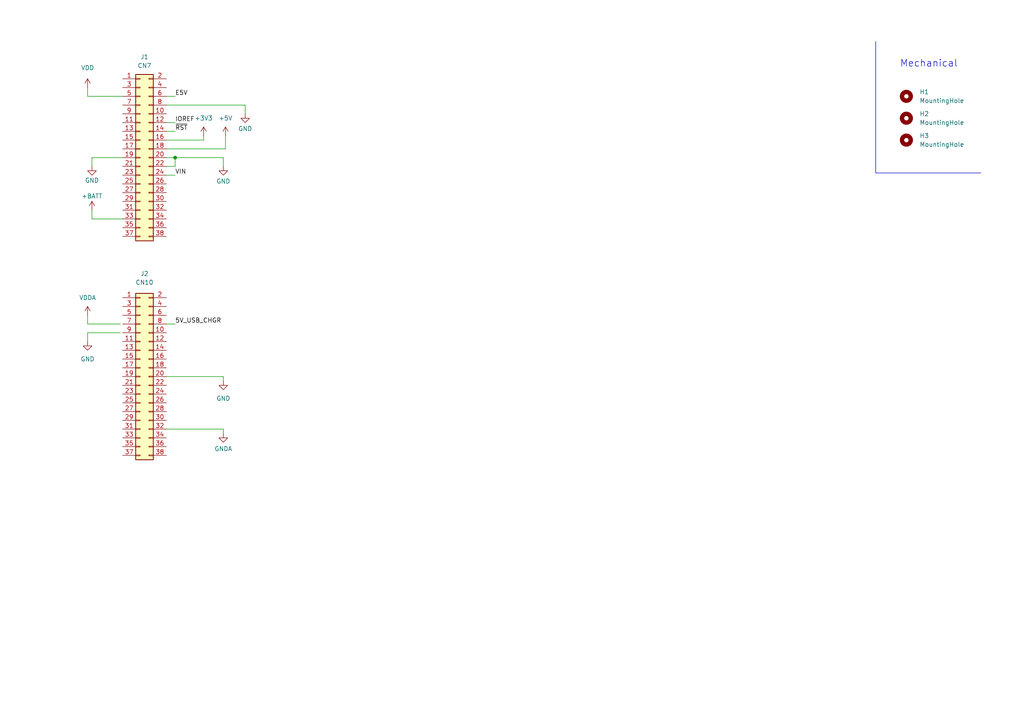
<source format=kicad_sch>
(kicad_sch (version 20250114) (generator "eeschema") (generator_version "9.0")
  (paper "A4")
  (text "Mechanical\n" (at 260.985 19.685 0) (effects (font (size 2 2)) (justify left bottom)))
  (junction (at -102.87 360.68))
  (junction (at -74.93 281.94))
  (junction (at 182.88 308.61))
  (junction (at 237.49 303.53))
  (junction (at -114.3 360.68))
  (junction (at -144.78 120.65))
  (junction (at 237.49 308.61))
  (junction (at -33.02 360.68))
  (junction (at 165.1 351.79))
  (junction (at -114.3 350.52))
  (junction (at -100.33 289.56))
  (junction (at 101.6 300.99))
  (junction (at -64.77 207.01))
  (junction (at -100.33 360.68))
  (junction (at -115.57 289.56))
  (junction (at -115.57 360.68))
  (junction (at -182.88 209.55))
  (junction (at -33.02 299.72))
  (junction (at -49.53 358.14))
  (junction (at 50.8 45.72))
  (junction (at -114.3 289.56))
  (junction (at -114.3 299.72))
  (junction (at -60.96 292.1))
  (junction (at -46.99 212.09))
  (junction (at -102.87 299.72))
  (junction (at 77.47 311.15))
  (junction (at 85.09 298.45))
  (junction (at -74.93 209.55))
  (junction (at 91.44 298.45))
  (junction (at -7.62 217.17))
  (junction (at -100.33 299.72))
  (junction (at 63.5 364.49))
  (junction (at -102.87 289.56))
  (junction (at -80.01 214.63))
  (junction (at -146.05 204.47))
  (junction (at 26.67 298.45))
  (junction (at -60.96 358.14))
  (junction (at -115.57 299.72))
  (junction (at 182.88 303.53))
  (junction (at -74.93 344.17))
  (junction (at -74.93 283.21))
  (junction (at -27.94 212.09))
  (junction (at -115.57 350.52))
  (junction (at 156.21 336.55))
  (junction (at 57.15 364.49))
  (junction (at -143.51 212.09))
  (junction (at -102.87 350.52))
  (junction (at -60.96 297.18))
  (junction (at 237.49 300.99))
  (junction (at -100.33 350.52))
  (junction (at 46.99 361.95))
  (junction (at -33.02 350.52))
  (junction (at -49.53 297.18))
  (junction (at -214.63 214.63))
  (junction (at -60.96 353.06))
  (junction (at 172.72 303.53))
  (junction (at -80.01 123.19))
  (junction (at -138.43 120.65))
  (junction (at -163.83 209.55))
  (junction (at -33.02 289.56))
  (junction (at 191.77 306.07))
  (junction (at -49.53 353.06))
  (junction (at -49.53 292.1))
  (junction (at 248.92 306.07))
  (junction (at -148.59 123.19))
  (junction (at -144.78 129.54))
  (junction (at -149.86 129.54))
  (no_connect (at 171.45 298.45))
  (no_connect (at 171.45 300.99))
  (no_connect (at 105.41 303.53))
  (no_connect (at 105.41 298.45))
  (no_connect (at -139.7 170.18))
  (no_connect (at 194.31 300.99))
  (no_connect (at -83.82 170.18))
  (wire (pts (xy -36.83 360.68) (xy -33.02 360.68)))
  (wire (pts (xy 50.8 346.71) (xy 54.61 346.71)))
  (wire (pts (xy -78.74 276.86) (xy -100.33 276.86)))
  (wire (pts (xy -90.17 355.6) (xy -87.63 355.6)))
  (wire (pts (xy 41.91 361.95) (xy 46.99 361.95)))
  (wire (pts (xy 237.49 300.99) (xy 237.49 303.53)))
  (wire (pts (xy -102.87 350.52) (xy -100.33 350.52)))
  (wire (pts (xy 170.18 344.17) (xy 172.72 344.17)))
  (wire (pts (xy -138.43 120.65) (xy -137.16 120.65)))
  (wire (pts (xy 62.23 336.55) (xy 69.85 336.55)))
  (wire (pts (xy -49.53 353.06) (xy -52.07 353.06)))
  (wire (pts (xy 172.72 303.53) (xy 172.72 307.34)))
  (wire (pts (xy -83.82 172.72) (xy -74.93 172.72)))
  (wire (pts (xy 66.04 356.87) (xy 69.85 356.87)))
  (wire (pts (xy -139.7 175.26) (xy -143.51 175.26)))
  (wire (pts (xy -143.51 212.09) (xy -142.24 212.09)))
  (wire (pts (xy -115.57 360.68) (xy -114.3 360.68)))
  (wire (pts (xy -204.47 217.17) (xy -204.47 229.87)))
  (wire (pts (xy -60.96 358.14) (xy -59.69 358.14)))
  (wire (pts (xy -140.97 289.56) (xy -129.54 289.56)))
  (wire (pts (xy -165.1 199.39) (xy -146.05 199.39)))
  (wire (pts (xy -114.3 320.04) (xy -114.3 299.72)))
  (wire (pts (xy -147.32 172.72) (xy -139.7 172.72)))
  (wire (pts (xy -33.02 360.68) (xy -22.86 360.68)))
  (wire (pts (xy -148.59 123.19) (xy -137.16 123.19)))
  (wire (pts (xy -39.37 353.06) (xy -36.83 353.06)))
  (wire (pts (xy -60.96 297.18) (xy -59.69 297.18)))
  (wire (pts (xy -46.99 207.01) (xy -46.99 212.09)))
  (wire (pts (xy -71.12 313.69) (xy -60.96 313.69)))
  (wire (pts (xy -83.82 175.26) (xy -80.01 175.26)))
  (wire (pts (xy -71.12 337.82) (xy -60.96 337.82)))
  (wire (pts (xy -129.54 360.68) (xy -135.89 360.68)))
  (wire (pts (xy 48.26 35.56) (xy 50.8 35.56)))
  (wire (pts (xy -88.9 283.21) (xy -74.93 283.21)))
  (wire (pts (xy -121.92 299.72) (xy -115.57 299.72)))
  (wire (pts (xy -149.86 123.19) (xy -149.86 129.54)))
  (wire (pts (xy -60.96 297.18) (xy -60.96 313.69)))
  (wire (pts (xy 71.12 30.48) (xy 48.26 30.48)))
  (wire (pts (xy 71.12 33.02) (xy 71.12 30.48)))
  (wire (pts (xy -80.01 130.81) (xy -80.01 133.35)))
  (wire (pts (xy 48.26 27.94) (xy 50.8 27.94)))
  (wire (pts (xy 156.21 344.17) (xy 162.56 344.17)))
  (wire (pts (xy 66.04 354.33) (xy 69.85 354.33)))
  (wire (pts (xy -100.33 289.56) (xy -87.63 289.56)))
  (wire (pts (xy -100.33 276.86) (xy -100.33 289.56)))
  (wire (pts (xy -36.83 299.72) (xy -33.02 299.72)))
  (wire (pts (xy 16.51 298.45) (xy 26.67 298.45)))
  (wire (pts (xy -144.78 128.27) (xy -144.78 129.54)))
  (wire (pts (xy 48.26 124.46) (xy 64.77 124.46)))
  (wire (pts (xy 64.77 124.46) (xy 64.77 125.73)))
  (wire (pts (xy -81.28 214.63) (xy -80.01 214.63)))
  (wire (pts (xy -33.02 298.45) (xy -33.02 299.72)))
  (wire (pts (xy -49.53 358.14) (xy -46.99 358.14)))
  (wire (pts (xy 156.21 346.71) (xy 162.56 346.71)))
  (wire (pts (xy -60.96 292.1) (xy -59.69 292.1)))
  (wire (pts (xy -87.63 284.48) (xy -88.9 284.48)))
  (wire (pts (xy -52.07 358.14) (xy -49.53 358.14)))
  (wire (pts (xy -115.57 351.79) (xy -115.57 350.52)))
  (wire (pts (xy 57.15 373.38) (xy 57.15 375.92)))
  (wire (pts (xy -33.02 299.72) (xy -22.86 299.72)))
  (wire (pts (xy 170.18 346.71) (xy 172.72 346.71)))
  (wire (pts (xy -7.62 217.17) (xy -7.62 219.71)))
  (wire (pts (xy 165.1 351.79) (xy 182.88 351.79)))
  (wire (pts (xy -81.28 123.19) (xy -80.01 123.19)))
  (wire (pts (xy -81.28 120.65) (xy -77.47 120.65)))
  (wire (pts (xy -33.02 359.41) (xy -33.02 360.68)))
  (wire (pts (xy 234.95 308.61) (xy 237.49 308.61)))
  (wire (pts (xy -114.3 299.72) (xy -111.76 299.72)))
  (wire (pts (xy -87.63 345.44) (xy -88.9 345.44)))
  (wire (pts (xy 10.16 346.71) (xy 13.97 346.71)))
  (wire (pts (xy -45.72 201.93) (xy -64.77 201.93)))
  (wire (pts (xy -74.93 227.33) (xy -74.93 232.41)))
  (wire (pts (xy -144.78 177.8) (xy -144.78 182.88)))
  (wire (pts (xy 191.77 303.53) (xy 191.77 306.07)))
  (wire (pts (xy -182.88 209.55) (xy -182.88 218.44)))
  (wire (pts (xy -78.74 381) (xy -114.3 381)))
  (wire (pts (xy 35.56 45.72) (xy 26.67 45.72)))
  (wire (pts (xy -39.37 358.14) (xy -36.83 358.14)))
  (wire (pts (xy 165.1 361.95) (xy 165.1 365.76)))
  (wire (pts (xy -62.23 353.06) (xy -60.96 353.06)))
  (wire (pts (xy -74.93 304.8) (xy -74.93 307.34)))
  (wire (pts (xy -115.57 359.41) (xy -115.57 360.68)))
  (wire (pts (xy -182.88 199.39) (xy -182.88 209.55)))
  (wire (pts (xy -49.53 297.18) (xy -46.99 297.18)))
  (wire (pts (xy -149.86 120.65) (xy -144.78 120.65)))
  (wire (pts (xy -39.37 297.18) (xy -36.83 297.18)))
  (wire (pts (xy 95.25 306.07) (xy 95.25 308.61)))
  (polyline (pts (xy 254 12.065) (xy 254 50.165)))
  (polyline (pts (xy 254 50.165) (xy 284.48 50.165)))
  (wire (pts (xy -77.47 177.8) (xy -77.47 182.88)))
  (wire (pts (xy 26.67 45.72) (xy 26.67 48.26)))
  (wire (pts (xy 48.26 48.26) (xy 50.8 48.26)))
  (wire (pts (xy 50.8 48.26) (xy 50.8 45.72)))
  (wire (pts (xy 237.49 308.61) (xy 241.3 308.61)))
  (wire (pts (xy 95.25 300.99) (xy 95.25 298.45)))
  (wire (pts (xy -7.62 217.17) (xy 3.81 217.17)))
  (wire (pts (xy -60.96 353.06) (xy -59.69 353.06)))
  (wire (pts (xy 156.21 351.79) (xy 165.1 351.79)))
  (wire (pts (xy 182.88 308.61) (xy 194.31 308.61)))
  (wire (pts (xy -102.87 360.68) (xy -100.33 360.68)))
  (wire (pts (xy -62.23 358.14) (xy -60.96 358.14)))
  (wire (pts (xy 176.53 306.07) (xy 176.53 309.88)))
  (wire (pts (xy -172.72 209.55) (xy -163.83 209.55)))
  (wire (pts (xy 46.99 373.38) (xy 46.99 375.92)))
  (wire (pts (xy 91.44 298.45) (xy 95.25 298.45)))
  (wire (pts (xy -74.93 344.17) (xy -74.93 345.44)))
  (wire (pts (xy -143.51 175.26) (xy -143.51 212.09)))
  (wire (pts (xy 46.99 339.09) (xy 46.99 344.17)))
  (wire (pts (xy 248.92 306.07) (xy 254 306.07)))
  (wire (pts (xy 10.16 354.33) (xy 13.97 354.33)))
  (wire (pts (xy 85.09 311.15) (xy 77.47 311.15)))
  (wire (pts (xy 41.91 364.49) (xy 57.15 364.49)))
  (wire (pts (xy -100.33 299.72) (xy -87.63 299.72)))
  (wire (pts (xy -7.62 227.33) (xy -7.62 232.41)))
  (wire (pts (xy -60.96 358.14) (xy -60.96 374.65)))
  (wire (pts (xy -62.23 292.1) (xy -60.96 292.1)))
  (wire (pts (xy 48.26 38.1) (xy 50.8 38.1)))
  (wire (pts (xy -102.87 289.56) (xy -102.87 290.83)))
  (wire (pts (xy -140.97 350.52) (xy -129.54 350.52)))
  (wire (pts (xy -74.93 341.63) (xy -74.93 344.17)))
  (wire (pts (xy -33.02 350.52) (xy -22.86 350.52)))
  (wire (pts (xy -74.93 283.21) (xy -74.93 284.48)))
  (wire (pts (xy -74.93 280.67) (xy -74.93 281.94)))
  (wire (pts (xy -223.52 224.79) (xy -223.52 229.87)))
  (wire (pts (xy -78.74 313.69) (xy -100.33 313.69)))
  (wire (pts (xy -62.23 297.18) (xy -60.96 297.18)))
  (wire (pts (xy -121.92 289.56) (xy -115.57 289.56)))
  (wire (pts (xy 63.5 364.49) (xy 69.85 364.49)))
  (wire (pts (xy -204.47 217.17) (xy -142.24 217.17)))
  (wire (pts (xy 85.09 308.61) (xy 85.09 311.15)))
  (wire (pts (xy 26.67 311.15) (xy 77.47 311.15)))
  (wire (pts (xy 172.72 314.96) (xy 172.72 321.31)))
  (wire (pts (xy 64.77 109.22) (xy 64.77 110.49)))
  (wire (pts (xy -71.12 276.86) (xy -60.96 276.86)))
  (wire (pts (xy 77.47 306.07) (xy 77.47 311.15)))
  (wire (pts (xy -90.17 294.64) (xy -90.17 297.18)))
  (wire (pts (xy -138.43 128.27) (xy -138.43 129.54)))
  (wire (pts (xy -100.33 299.72) (xy -100.33 313.69)))
  (wire (pts (xy -115.57 290.83) (xy -115.57 289.56)))
  (wire (pts (xy 194.31 298.45) (xy 182.88 298.45)))
  (wire (pts (xy 156.21 336.55) (xy 158.75 336.55)))
  (wire (pts (xy -102.87 359.41) (xy -102.87 360.68)))
  (wire (pts (xy 69.85 339.09) (xy 46.99 339.09)))
  (wire (pts (xy 48.26 93.98) (xy 50.8 93.98)))
  (wire (pts (xy 156.21 339.09) (xy 158.75 339.09)))
  (wire (pts (xy -149.86 129.54) (xy -144.78 129.54)))
  (wire (pts (xy -78.74 320.04) (xy -114.3 320.04)))
  (wire (pts (xy -49.53 292.1) (xy -52.07 292.1)))
  (wire (pts (xy 46.99 361.95) (xy 69.85 361.95)))
  (wire (pts (xy 76.2 298.45) (xy 85.09 298.45)))
  (wire (pts (xy -144.78 120.65) (xy -138.43 120.65)))
  (wire (pts (xy 62.23 341.63) (xy 69.85 341.63)))
  (wire (pts (xy 10.16 341.63) (xy 13.97 341.63)))
  (wire (pts (xy -90.17 355.6) (xy -90.17 358.14)))
  (wire (pts (xy -100.33 350.52) (xy -87.63 350.52)))
  (wire (pts (xy -33.02 289.56) (xy -22.86 289.56)))
  (wire (pts (xy 50.8 336.55) (xy 54.61 336.55)))
  (wire (pts (xy 234.95 298.45) (xy 237.49 298.45)))
  (wire (pts (xy 66.04 349.25) (xy 69.85 349.25)))
  (wire (pts (xy -114.3 350.52) (xy -111.76 350.52)))
  (wire (pts (xy -104.14 360.68) (xy -102.87 360.68)))
  (wire (pts (xy -33.02 350.52) (xy -33.02 351.79)))
  (wire (pts (xy -114.3 270.51) (xy -114.3 289.56)))
  (wire (pts (xy -64.77 207.01) (xy -58.42 207.01)))
  (wire (pts (xy -121.92 350.52) (xy -115.57 350.52)))
  (wire (pts (xy -100.33 337.82) (xy -100.33 350.52)))
  (wire (pts (xy 26.67 298.45) (xy 26.67 300.99)))
  (wire (pts (xy -36.83 289.56) (xy -33.02 289.56)))
  (wire (pts (xy -74.93 281.94) (xy -74.93 283.21)))
  (wire (pts (xy -27.94 212.09) (xy -19.05 212.09)))
  (wire (pts (xy -49.53 358.14) (xy -49.53 381)))
  (wire (pts (xy -146.05 212.09) (xy -143.51 212.09)))
  (wire (pts (xy 85.09 298.45) (xy 85.09 300.99)))
  (wire (pts (xy 171.45 306.07) (xy 176.53 306.07)))
  (wire (pts (xy -135.89 360.68) (xy -135.89 365.76)))
  (wire (pts (xy -102.87 298.45) (xy -102.87 299.72)))
  (wire (pts (xy -88.9 345.44) (xy -88.9 344.17)))
  (wire (pts (xy -182.88 209.55) (xy -191.77 209.55)))
  (wire (pts (xy 101.6 300.99) (xy 95.25 300.99)))
  (wire (pts (xy 46.99 361.95) (xy 46.99 365.76)))
  (wire (pts (xy -114.3 381) (xy -114.3 360.68)))
  (wire (pts (xy 48.26 43.18) (xy 65.405 43.18)))
  (wire (pts (xy 65.405 43.18) (xy 65.405 39.37)))
  (wire (pts (xy 194.31 306.07) (xy 191.77 306.07)))
  (wire (pts (xy -223.52 214.63) (xy -214.63 214.63)))
  (wire (pts (xy 25.4 25.4) (xy 25.4 27.94)))
  (wire (pts (xy -172.72 199.39) (xy -182.88 199.39)))
  (wire (pts (xy -100.33 360.68) (xy -100.33 374.65)))
  (wire (pts (xy -90.17 294.64) (xy -87.63 294.64)))
  (wire (pts (xy -81.28 217.17) (xy -7.62 217.17)))
  (wire (pts (xy -36.83 297.18) (xy -36.83 299.72)))
  (wire (pts (xy 25.4 93.98) (xy 34.925 93.98)))
  (wire (pts (xy -49.53 353.06) (xy -46.99 353.06)))
  (wire (pts (xy 35.56 298.45) (xy 26.67 298.45)))
  (wire (pts (xy 10.16 351.79) (xy 13.97 351.79)))
  (wire (pts (xy 194.31 303.53) (xy 191.77 303.53)))
  (wire (pts (xy 76.2 306.07) (xy 77.47 306.07)))
  (wire (pts (xy -71.12 320.04) (xy -49.53 320.04)))
  (wire (pts (xy -114.3 331.47) (xy -114.3 350.52)))
  (wire (pts (xy -74.93 209.55) (xy -74.93 219.71)))
  (wire (pts (xy -182.88 226.06) (xy -182.88 229.87)))
  (wire (pts (xy 66.04 351.79) (xy 69.85 351.79)))
  (wire (pts (xy -135.89 299.72) (xy -135.89 304.8)))
  (wire (pts (xy 234.95 306.07) (xy 248.92 306.07)))
  (wire (pts (xy -71.12 374.65) (xy -60.96 374.65)))
  (wire (pts (xy -71.12 381) (xy -49.53 381)))
  (wire (pts (xy -74.93 281.94) (xy -69.85 281.94)))
  (wire (pts (xy -90.17 304.8) (xy -90.17 307.34)))
  (wire (pts (xy 101.6 314.96) (xy 101.6 317.5)))
  (wire (pts (xy -81.28 212.09) (xy -46.99 212.09)))
  (wire (pts (xy -146.05 199.39) (xy -146.05 204.47)))
  (wire (pts (xy -74.93 365.76) (xy -74.93 368.3)))
  (wire (pts (xy 10.16 349.25) (xy 13.97 349.25)))
  (wire (pts (xy -52.07 297.18) (xy -49.53 297.18)))
  (wire (pts (xy 237.49 303.53) (xy 237.49 308.61)))
  (wire (pts (xy 3.81 227.33) (xy 3.81 232.41)))
  (wire (pts (xy -102.87 299.72) (xy -100.33 299.72)))
  (wire (pts (xy -146.05 212.09) (xy -146.05 204.47)))
  (wire (pts (xy 105.41 306.07) (xy 95.25 306.07)))
  (wire (pts (xy -64.77 201.93) (xy -64.77 207.01)))
  (wire (pts (xy -78.74 331.47) (xy -114.3 331.47)))
  (wire (pts (xy -214.63 224.79) (xy -214.63 229.87)))
  (wire (pts (xy -102.87 289.56) (xy -100.33 289.56)))
  (wire (pts (xy -36.83 353.06) (xy -36.83 350.52)))
  (wire (pts (xy -160.02 204.47) (xy -163.83 204.47)))
  (wire (pts (xy -104.14 299.72) (xy -102.87 299.72)))
  (wire (pts (xy -214.63 214.63) (xy -214.63 217.17)))
  (wire (pts (xy 248.92 306.07) (xy 248.92 308.61)))
  (wire (pts (xy 234.95 300.99) (xy 237.49 300.99)))
  (wire (pts (xy 50.8 341.63) (xy 54.61 341.63)))
  (wire (pts (xy -115.57 289.56) (xy -114.3 289.56)))
  (wire (pts (xy 48.26 40.64) (xy 59.055 40.64)))
  (wire (pts (xy 59.055 40.64) (xy 59.055 39.37)))
  (wire (pts (xy -80.01 214.63) (xy -64.77 214.63)))
  (wire (pts (xy 172.72 303.53) (xy 182.88 303.53)))
  (wire (pts (xy -80.01 123.19) (xy -73.66 123.19)))
  (wire (pts (xy -149.86 111.76) (xy -149.86 120.65)))
  (wire (pts (xy 176.53 317.5) (xy 176.53 321.31)))
  (wire (pts (xy -149.86 129.54) (xy -149.86 133.35)))
  (wire (pts (xy 26.67 308.61) (xy 26.67 311.15)))
  (wire (pts (xy -115.57 299.72) (xy -114.3 299.72)))
  (wire (pts (xy -60.96 337.82) (xy -60.96 353.06)))
  (wire (pts (xy -36.83 358.14) (xy -36.83 360.68)))
  (wire (pts (xy -115.57 298.45) (xy -115.57 299.72)))
  (wire (pts (xy -144.78 129.54) (xy -138.43 129.54)))
  (wire (pts (xy -83.82 177.8) (xy -77.47 177.8)))
  (wire (pts (xy -114.3 360.68) (xy -111.76 360.68)))
  (wire (pts (xy -27.94 212.09) (xy -27.94 219.71)))
  (wire (pts (xy 182.88 308.61) (xy 182.88 303.53)))
  (wire (pts (xy -149.86 123.19) (xy -148.59 123.19)))
  (wire (pts (xy -139.7 177.8) (xy -144.78 177.8)))
  (wire (pts (xy -88.9 344.17) (xy -74.93 344.17)))
  (wire (pts (xy -223.52 217.17) (xy -223.52 214.63)))
  (wire (pts (xy -78.74 337.82) (xy -100.33 337.82)))
  (wire (pts (xy 234.95 303.53) (xy 237.49 303.53)))
  (wire (pts (xy -88.9 284.48) (xy -88.9 283.21)))
  (wire (pts (xy -30.48 212.09) (xy -27.94 212.09)))
  (wire (pts (xy 85.09 298.45) (xy 91.44 298.45)))
  (wire (pts (xy 25.4 96.52) (xy 34.925 96.52)))
  (wire (pts (xy 25.4 96.52) (xy 25.4 99.06)))
  (wire (pts (xy -27.94 227.33) (xy -27.94 232.41)))
  (wire (pts (xy -81.28 209.55) (xy -74.93 209.55)))
  (wire (pts (xy -74.93 344.17) (xy -69.85 344.17)))
  (wire (pts (xy -39.37 292.1) (xy -36.83 292.1)))
  (wire (pts (xy -146.05 204.47) (xy -152.4 204.47)))
  (wire (pts (xy -104.14 289.56) (xy -102.87 289.56)))
  (wire (pts (xy 191.77 306.07) (xy 191.77 313.69)))
  (wire (pts (xy 165.1 351.79) (xy 165.1 354.33)))
  (wire (pts (xy 35.56 63.5) (xy 26.67 63.5)))
  (wire (pts (xy 171.45 303.53) (xy 172.72 303.53)))
  (wire (pts (xy -121.92 360.68) (xy -115.57 360.68)))
  (wire (pts (xy -129.54 299.72) (xy -135.89 299.72)))
  (wire (pts (xy 62.23 346.71) (xy 69.85 346.71)))
  (wire (pts (xy -49.53 331.47) (xy -49.53 353.06)))
  (wire (pts (xy -78.74 270.51) (xy -114.3 270.51)))
  (wire (pts (xy -104.14 350.52) (xy -102.87 350.52)))
  (wire (pts (xy -33.02 289.56) (xy -33.02 290.83)))
  (wire (pts (xy -50.8 207.01) (xy -46.99 207.01)))
  (wire (pts (xy -100.33 360.68) (xy -87.63 360.68)))
  (wire (pts (xy -71.12 270.51) (xy -49.53 270.51)))
  (wire (pts (xy -64.77 214.63) (xy -64.77 207.01)))
  (wire (pts (xy 57.15 364.49) (xy 63.5 364.49)))
  (wire (pts (xy 101.6 300.99) (xy 101.6 307.34)))
  (wire (pts (xy -163.83 209.55) (xy -142.24 209.55)))
  (wire (pts (xy 248.92 316.23) (xy 248.92 318.77)))
  (wire (pts (xy 156.21 354.33) (xy 158.75 354.33)))
  (wire (pts (xy 64.77 109.22) (xy 48.26 109.22)))
  (wire (pts (xy 3.81 219.71) (xy 3.81 217.17)))
  (wire (pts (xy -36.83 292.1) (xy -36.83 289.56)))
  (wire (pts (xy -80.01 175.26) (xy -80.01 214.63)))
  (wire (pts (xy -180.34 209.55) (xy -182.88 209.55)))
  (wire (pts (xy 182.88 308.61) (xy 182.88 351.79)))
  (wire (pts (xy -38.1 212.09) (xy -46.99 212.09)))
  (wire (pts (xy 105.41 300.99) (xy 101.6 300.99)))
  (wire (pts (xy -78.74 374.65) (xy -100.33 374.65)))
  (wire (pts (xy 25.4 27.94) (xy 35.56 27.94)))
  (wire (pts (xy -115.57 350.52) (xy -114.3 350.52)))
  (wire (pts (xy -90.17 365.76) (xy -90.17 368.3)))
  (wire (pts (xy -60.96 276.86) (xy -60.96 292.1)))
  (wire (pts (xy 182.88 298.45) (xy 182.88 303.53)))
  (wire (pts (xy 26.67 60.96) (xy 26.67 63.5)))
  (wire (pts (xy 237.49 298.45) (xy 237.49 300.99)))
  (wire (pts (xy 77.47 311.15) (xy 77.47 314.96)))
  (wire (pts (xy -114.3 289.56) (xy -111.76 289.56)))
  (wire (pts (xy -102.87 350.52) (xy -102.87 351.79)))
  (wire (pts (xy -163.83 204.47) (xy -163.83 209.55)))
  (wire (pts (xy -74.93 209.55) (xy -71.12 209.55)))
  (wire (pts (xy -214.63 214.63) (xy -142.24 214.63)))
  (wire (pts (xy -36.83 350.52) (xy -33.02 350.52)))
  (wire (pts (xy 25.4 91.44) (xy 25.4 93.98)))
  (wire (pts (xy 10.16 344.17) (xy 13.97 344.17)))
  (wire (pts (xy -38.1 201.93) (xy -27.94 201.93)))
  (wire (pts (xy -49.53 292.1) (xy -46.99 292.1)))
  (wire (pts (xy -27.94 201.93) (xy -27.94 212.09)))
  (wire (pts (xy 57.15 365.76) (xy 57.15 364.49)))
  (wire (pts (xy -49.53 270.51) (xy -49.53 292.1)))
  (wire (pts (xy -49.53 297.18) (xy -49.53 320.04)))
  (wire (pts (xy 48.26 50.8) (xy 50.8 50.8)))
  (wire (pts (xy -71.12 331.47) (xy -49.53 331.47)))
  (wire (pts (xy 48.26 45.72) (xy 50.8 45.72)))
  (wire (pts (xy 50.8 45.72) (xy 64.77 45.72)))
  (wire (pts (xy 64.77 45.72) (xy 64.77 48.26)))
  (label "AVSS" (at -69.85 289.56 0))
  (label "AVSS" (at -182.88 229.87 180))
  (label "AVSS" (at 77.47 314.96 0))
  (label "DOUT" (at 172.72 344.17 0))
  (label "AIN1N_in" (at -22.86 289.56 0))
  (label "AIN2P" (at -22.86 360.68 0))
  (label "AVSS" (at 158.75 354.33 0))
  (label "VREF_0.5V" (at -7.62 232.41 0))
  (label "AVSS" (at -204.47 229.87 0))
  (label "~{RST}" (at 50.8 38.1 0))
  (label "AVDD_6.2V" (at 92.71 298.45 0))
  (label "AIN1N_mcu" (at 13.97 341.63 0))
  (label "AVSS" (at 176.53 321.31 0))
  (label "AVSS" (at 46.99 344.17 0))
  (label "AVSS" (at -149.86 133.35 0))
  (label "VREF_5V" (at 176.53 303.53 0))
  (label "DC_9V" (at -149.86 114.3 0))
  (label "DRDY" (at 172.72 346.71 0))
  (label "AVSS" (at 248.92 318.77 0))
  (label "VIN" (at 50.8 50.8 0))
  (label "GATE1" (at -147.32 172.72 0))
  (label "AVSS" (at 3.81 232.41 0))
  (label "OUT2" (at -19.05 212.09 0))
  (label "AVSS" (at -77.47 120.65 0))
  (label "AIN1P_mcu" (at 13.97 354.33 0))
  (label "AVSS" (at -135.89 304.8 0))
  (label "AVDD_5V" (at 41.91 361.95 0))
  (label "AVDD_5V" (at -71.12 209.55 0))
  (label "AIN1N_adc" (at 13.97 346.71 0))
  (label "AVSS" (at -90.17 368.3 0))
  (label "DVSS" (at 158.75 336.55 0))
  (label "AVDD_6.2V" (at 254 306.07 0))
  (label "AVDD_5V" (at -74.93 280.67 0))
  (label "E5V" (at 50.8 27.94 0))
  (label "CS*" (at 50.8 336.55 0))
  (label "AIN2N" (at 66.04 356.87 0))
  (label "DC_9V" (at 16.51 298.45 0))
  (label "OUT1" (at -191.77 209.55 180))
  (label "AVSS" (at -80.01 133.35 0))
  (label "AVSS" (at 101.6 317.5 0))
  (label "AVSS" (at 95.25 308.61 0))
  (label "AIN2P" (at 66.04 354.33 0))
  (label "VREF_0.5V" (at -214.63 229.87 0))
  (label "AVSS" (at -74.93 307.34 0))
  (label "AIN1N_adc" (at 66.04 351.79 0))
  (label "AVSS" (at -77.47 182.88 0))
  (label "AVSS" (at -144.78 182.88 0))
  (label "AIN2N" (at -22.86 350.52 0))
  (label "AVSS" (at -74.93 232.41 0))
  (label "AIN1P_in" (at 13.97 351.79 0))
  (label "AVDD_5V" (at -74.93 341.63 0))
  (label "VREF_0.5V" (at 241.3 308.61 0))
  (label "AVSS" (at -27.94 232.41 0))
  (label "IOREF" (at 50.8 35.56 0))
  (label "AIN1N_in" (at 13.97 344.17 0))
  (label "DIN" (at 50.8 346.71 0))
  (label "AVSS" (at -90.17 307.34 0))
  (label "DVSS" (at 57.15 375.92 0))
  (label "AVSS" (at 158.75 339.09 0))
  (label "AVSS" (at -135.89 365.76 0))
  (label "AVSS" (at 165.1 365.76 0))
  (label "SCLK" (at 50.8 341.63 0))
  (label "AVSS" (at -74.93 368.3 0))
  (label "AVSS" (at -69.85 351.79 0))
  (label "AVDD_5V" (at -73.66 123.19 0))
  (label "OUT1" (at -140.97 289.56 0))
  (label "DVDD" (at 41.91 364.49 0))
  (label "AVSS" (at 191.77 313.69 0))
  (label "GATE2" (at -74.93 172.72 0))
  (label "AIN1P_in" (at -22.86 299.72 0))
  (label "OUT2" (at -140.97 350.52 0))
  (label "AVSS" (at 172.72 321.31 0))
  (label "AVSS" (at -223.52 229.87 0))
  (label "AIN1P_adc" (at 66.04 349.25 0))
  (label "5V_USB_CHGR" (at 50.8 93.98 0))
  (label "AIN1P_adc" (at 13.97 349.25 0))
  (label "AVSS" (at 46.99 375.92 0))
  (symbol (lib_id "Device:C") (at -115.57 294.64 180) (unit 1)
    (property "Reference" "C13" (at -115.062 292.354 0) (effects (justify right)))
    (property "Value" "470p" (at -114.808 297.434 0) (effects (justify right)))
    (property "Footprint" "Capacitor_SMD:C_0805_2012Metric_Pad1.18x1.45mm_HandSolder" (effects (hide yes)))
    (property "Description" "Unpolarized capacitor" (effects (hide yes)))
  )
  (symbol (lib_id "Device:C") (at -138.43 124.46 0) (unit 1)
    (property "Reference" "C3" (at -137.16 122.174 0) (effects (justify left)))
    (property "Value" "1µF" (at -136.398 126.746 0) (effects (justify left)))
    (property "Footprint" "Capacitor_SMD:C_0805_2012Metric_Pad1.18x1.45mm_HandSolder" (effects (hide yes)))
    (property "Description" "Unpolarized capacitor" (effects (hide yes)))
  )
  (symbol (lib_id "Device:R") (at -214.63 220.98 180) (unit 1)
    (property "Reference" "R1" (at -210.82 219.7099 0) (effects (justify right)))
    (property "Value" "100k" (at -210.82 222.2499 0) (effects (justify right)))
    (property "Footprint" "Resistor_SMD:R_0805_2012Metric_Pad1.20x1.40mm_HandSolder" (effects (hide yes)))
    (property "Description" "Resistor" (effects (hide yes)))
  )
  (symbol (lib_id "Device:C") (at -74.93 313.69 270) (unit 1)
    (property "Reference" "C17" (at -72.136 310.642 90))
    (property "Value" "270p" (at -71.374 315.468 90))
    (property "Footprint" "Capacitor_SMD:C_0805_2012Metric_Pad1.18x1.45mm_HandSolder" (effects (hide yes)))
    (property "Description" "Unpolarized capacitor" (effects (hide yes)))
  )
  (symbol (lib_id "Device:C") (at -69.85 285.75 180) (unit 1)
    (property "Reference" "C12" (at -69.088 283.21 0) (effects (justify right)))
    (property "Value" "0.1u_pass" (at -68.58 288.036 0) (effects (justify right)))
    (property "Footprint" "Capacitor_SMD:C_0805_2012Metric_Pad1.18x1.45mm_HandSolder" (effects (hide yes)))
    (property "Description" "Unpolarized capacitor" (effects (hide yes)))
  )
  (symbol (lib_id "pj-bis2025:ADS1220IPW") (at 69.85 336.55 0) (unit 1)
    (property "Reference" "U8" (at 113.03 326.39 0) (effects (font (size 1.524 1.524))))
    (property "Value" "ADS1220IPW" (at 113.03 328.93 0) (effects (font (size 1.524 1.524))))
    (property "Footprint" "pj-bis2025:ADS1220-PW16-M" (effects (hide yes)))
    (property "Datasheet" "https://www.ti.com/lit/gpn/ads1220" (effects (hide yes)))
  )
  (symbol (lib_id "Device:C_Polarized") (at -144.78 124.46 0) (unit 1)
    (property "Reference" "C2" (at -144.526 121.92 0) (effects (justify left)))
    (property "Value" "C_Vin" (at -156.464 126.746 0) (effects (justify left)))
    (property "Footprint" "Capacitor_Tantalum_SMD:CP_EIA-3528-15_AVX-H_HandSolder" (effects (hide yes)))
    (property "Description" "Polarized capacitor" (effects (hide yes)))
  )
  (symbol (lib_id "Connector_Generic:Conn_02x19_Odd_Even") (at 40.64 45.72 0) (unit 1)
    (property "Reference" "J1" (at 41.91 16.51 0))
    (property "Value" "CN7" (at 41.91 19.05 0))
    (property "Footprint" "Connector_PinSocket_2.54mm:PinSocket_2x19_P2.54mm_Vertical" (effects (hide yes)))
  )
  (symbol (lib_id "power:GND") (at 64.77 48.26 0) (unit 1)
    (property "Reference" "#PWR0101" (effects (hide yes)))
    (property "Value" "GND" (at 64.77 52.578 0))
  )
  (symbol (lib_id "Mechanical:MountingHole") (at 262.89 34.29 0) (unit 1)
    (property "Reference" "H2" (at 266.7 33.0199 0) (effects (justify left)))
    (property "Value" "MountingHole" (at 266.7 35.5599 0) (effects (justify left)))
    (property "Footprint" "MountingHole:MountingHole_3.2mm_M3" (effects (hide yes)))
  )
  (symbol (lib_id "Device:R") (at -107.95 289.56 90) (unit 1)
    (property "Reference" "Re7" (at -107.95 287.274 90))
    (property "Value" "330" (at -107.95 291.846 90))
    (property "Footprint" "Resistor_SMD:R_0805_2012Metric_Pad1.20x1.40mm_HandSolder" (effects (hide yes)))
    (property "Description" "Resistor" (effects (hide yes)))
  )
  (symbol (lib_id "power:GND") (at 71.12 33.02 0) (unit 1)
    (property "Reference" "#PWR0107" (effects (hide yes)))
    (property "Value" "GND" (at 71.12 37.338 0))
  )
  (symbol (lib_id "pj-bis2025:TAJR105K016RNJ") (at -80.01 123.19 270) (unit 1)
    (property "Reference" "C1" (at -76.2 125.2473 90) (effects (font (size 1.524 1.524)) (justify left)))
    (property "Value" "TAJR105K016RNJ" (at -76.2 127.7873 90) (effects (font (size 1.524 1.524)) (justify left)))
    (property "Footprint" "pj-bis2025:tantal_TAJR105K016RNJ_TAJR_AVX-M" (effects (hide yes)))
    (property "Datasheet" "TAJR105K016RNJ" (effects (hide yes)))
  )
  (symbol (lib_id "Device:R") (at -176.53 209.55 270) (mirror x) (unit 1)
    (property "Reference" "Re3" (at -176.784 214.122 90))
    (property "Value" "50k" (at -177.038 212.344 90))
    (property "Footprint" "Resistor_SMD:R_0805_2012Metric_Pad1.20x1.40mm_HandSolder" (effects (hide yes)))
    (property "Description" "Resistor" (effects (hide yes)))
  )
  (symbol (lib_id "Device:C") (at -90.17 300.99 180) (unit 1)
    (property "Reference" "C16" (at -89.408 298.45 0) (effects (justify right)))
    (property "Value" "0.1u_pass" (at -88.9 303.276 0) (effects (justify right)))
    (property "Footprint" "Capacitor_SMD:C_0805_2012Metric_Pad1.18x1.45mm_HandSolder" (effects (hide yes)))
    (property "Description" "Unpolarized capacitor" (effects (hide yes)))
  )
  (symbol (lib_id "Mechanical:MountingHole") (at 262.89 40.64 0) (unit 1)
    (property "Reference" "H3" (at 266.7 39.3699 0) (effects (justify left)))
    (property "Value" "MountingHole" (at 266.7 41.9099 0) (effects (justify left)))
    (property "Footprint" "MountingHole:MountingHole_3.2mm_M3" (effects (hide yes)))
  )
  (symbol (lib_id "pj-bis2025:LT1991ACMS-TRPBF") (at 194.31 298.45 0) (unit 1)
    (property "Reference" "U6" (at 214.63 288.29 0) (effects (font (size 1.524 1.524))))
    (property "Value" "LT1991ACMS-TRPBF" (at 214.63 290.83 0) (effects (font (size 1.524 1.524))))
    (property "Footprint" "pj-bis2025:LT1991-MSOP-10_MS_LIT-M" (effects (hide yes)))
    (property "Datasheet" "https://www.analog.com/media/en/technical-documentation/data-sheets/1991fh.pdf" (effects (hide yes)))
  )
  (symbol (lib_id "Device:R") (at -55.88 297.18 90) (unit 1)
    (property "Reference" "Re10" (at -55.88 295.148 90))
    (property "Value" "5" (at -55.88 297.18 90))
    (property "Footprint" "Resistor_SMD:R_0805_2012Metric_Pad1.20x1.40mm_HandSolder" (effects (hide yes)))
    (property "Description" "Resistor" (effects (hide yes)))
  )
  (symbol (lib_id "Device:R") (at 58.42 346.71 90) (unit 1)
    (property "Reference" "Re28" (at 58.42 348.742 90))
    (property "Value" "47" (at 58.42 346.71 90))
    (property "Footprint" "Resistor_SMD:R_0805_2012Metric_Pad1.20x1.40mm_HandSolder" (effects (hide yes)))
    (property "Description" "Resistor" (effects (hide yes)))
  )
  (symbol (lib_id "Connector_Generic:Conn_01x06") (at 5.08 346.71 0) (mirror y) (unit 1)
    (property "Reference" "J3" (at 5.08 335.28 0))
    (property "Value" "Conn_01x06" (at 5.08 337.82 0))
    (property "Footprint" "Connector_PinSocket_2.54mm:PinSocket_1x06_P2.54mm_Vertical" (effects (hide yes)))
    (property "Description" "Generic connector, single row, 01x06, script generated (kicad-library-utils/schlib/autogen/connector/)" (effects (hide yes)))
  )
  (symbol (lib_id "Device:C") (at -115.57 355.6 180) (unit 1)
    (property "Reference" "C20" (at -115.062 353.314 0) (effects (justify right)))
    (property "Value" "470p" (at -114.808 358.394 0) (effects (justify right)))
    (property "Footprint" "Capacitor_SMD:C_0805_2012Metric_Pad1.18x1.45mm_HandSolder" (effects (hide yes)))
    (property "Description" "Unpolarized capacitor" (effects (hide yes)))
  )
  (symbol (lib_id "power:VDDA") (at 25.4 91.44 0) (unit 1)
    (property "Reference" "#PWR0103" (effects (hide yes)))
    (property "Value" "VDDA" (at 25.4 86.36 0))
  )
  (symbol (lib_id "Device:R") (at -7.62 223.52 0) (mirror x) (unit 1)
    (property "Reference" "R2" (at -11.43 222.2499 0) (effects (justify right)))
    (property "Value" "100k" (at -11.43 224.7899 0) (effects (justify right)))
    (property "Footprint" "Resistor_SMD:R_0805_2012Metric_Pad1.20x1.40mm_HandSolder" (effects (hide yes)))
    (property "Description" "Resistor" (effects (hide yes)))
  )
  (symbol (lib_id "pj-bis2025:THS4552IPWR") (at -77.47 294.64 0) (unit 1)
    (property "Reference" "U4" (at -72.7867 279.4 0) (effects (font (size 1.524 1.524)) (justify left)))
    (property "Value" "THS4552IPWR" (at -72.7867 281.94 0) (effects (font (size 1.524 1.524)) (justify left)))
    (property "Footprint" "pj-bis2025:THS4552-PW0016A_M" (effects (hide yes)))
    (property "Datasheet" "https://www.ti.com/lit/gpn/ths4552" (effects (hide yes)))
  )
  (symbol (lib_id "Device:R") (at -55.88 358.14 90) (unit 1)
    (property "Reference" "Re20" (at -55.88 356.108 90))
    (property "Value" "5" (at -55.88 358.14 90))
    (property "Footprint" "Resistor_SMD:R_0805_2012Metric_Pad1.20x1.40mm_HandSolder" (effects (hide yes)))
    (property "Description" "Resistor" (effects (hide yes)))
  )
  (symbol (lib_id "Device:C") (at -27.94 223.52 180) (unit 1)
    (property "Reference" "C9" (at -24.13 222.2499 0) (effects (justify right)))
    (property "Value" "3.18n" (at -24.13 224.7899 0) (effects (justify right)))
    (property "Footprint" "Capacitor_SMD:C_0805_2012Metric_Pad1.18x1.45mm_HandSolder" (effects (hide yes)))
    (property "Description" "Unpolarized capacitor" (effects (hide yes)))
  )
  (symbol (lib_id "Mechanical:MountingHole") (at 262.89 27.94 0) (unit 1)
    (property "Reference" "H1" (at 266.7 26.6699 0) (effects (justify left)))
    (property "Value" "MountingHole" (at 266.7 29.2099 0) (effects (justify left)))
    (property "Footprint" "MountingHole:MountingHole_3.2mm_M3" (effects (hide yes)))
  )
  (symbol (lib_id "Device:R") (at 166.37 344.17 90) (unit 1)
    (property "Reference" "Re27" (at 166.37 341.63 90))
    (property "Value" "47" (at 166.37 344.17 90))
    (property "Footprint" "Resistor_SMD:R_0805_2012Metric_Pad1.20x1.40mm_HandSolder" (effects (hide yes)))
    (property "Description" "Resistor" (effects (hide yes)))
  )
  (symbol (lib_id "Device:R") (at -125.73 299.72 90) (unit 1)
    (property "Reference" "Re12" (at -125.73 297.434 90))
    (property "Value" "1.2k_Ri" (at -125.73 302.26 90))
    (property "Footprint" "Resistor_SMD:R_0805_2012Metric_Pad1.20x1.40mm_HandSolder" (effects (hide yes)))
    (property "Description" "Resistor" (effects (hide yes)))
  )
  (symbol (lib_id "power:PWR_FLAG") (at 63.5 364.49 0) (unit 1)
    (property "Reference" "#FLG05" (effects (hide yes)))
    (property "Value" "PWR_FLAG" (at 63.5 359.41 0))
    (property "Description" "Special symbol for telling ERC where power comes from" (effects (hide yes)))
  )
  (symbol (lib_id "power:GND") (at 64.77 110.49 0) (unit 1)
    (property "Reference" "#PWR0105" (effects (hide yes)))
    (property "Value" "GND" (at 64.77 115.57 0))
  )
  (symbol (lib_id "Device:R") (at -107.95 350.52 90) (unit 1)
    (property "Reference" "Re17" (at -107.95 348.234 90))
    (property "Value" "330" (at -107.95 352.806 90))
    (property "Footprint" "Resistor_SMD:R_0805_2012Metric_Pad1.20x1.40mm_HandSolder" (effects (hide yes)))
    (property "Description" "Resistor" (effects (hide yes)))
  )
  (symbol (lib_id "power:VDD") (at 25.4 25.4 0) (unit 1)
    (property "Reference" "#PWR0109" (effects (hide yes)))
    (property "Value" "VDD" (at 25.4 19.685 0))
  )
  (symbol (lib_id "Device:C") (at 85.09 304.8 0) (unit 1)
    (property "Reference" "C26" (at 88.9 303.5299 0) (effects (justify left)))
    (property "Value" "0.1u" (at 88.9 306.0699 0) (effects (justify left)))
    (property "Footprint" "Capacitor_SMD:C_0805_2012Metric_Pad1.18x1.45mm_HandSolder" (effects (hide yes)))
    (property "Description" "Unpolarized capacitor" (effects (hide yes)))
  )
  (symbol (lib_id "Device:R") (at -74.93 331.47 90) (unit 1)
    (property "Reference" "Re15" (at -74.93 329.184 90))
    (property "Value" "1.2k_Rg" (at -74.93 333.756 90))
    (property "Footprint" "Resistor_SMD:R_0805_2012Metric_Pad1.20x1.40mm_HandSolder" (effects (hide yes)))
    (property "Description" "Resistor" (effects (hide yes)))
  )
  (symbol (lib_id "Device:R") (at 58.42 336.55 90) (unit 1)
    (property "Reference" "Re25" (at 58.42 334.01 90))
    (property "Value" "47" (at 58.42 336.55 90))
    (property "Footprint" "Resistor_SMD:R_0805_2012Metric_Pad1.20x1.40mm_HandSolder" (effects (hide yes)))
    (property "Description" "Resistor" (effects (hide yes)))
  )
  (symbol (lib_id "Device:C") (at 26.67 304.8 0) (unit 1)
    (property "Reference" "C25" (at 30.48 303.5299 0) (effects (justify left)))
    (property "Value" "0.33u" (at 30.48 306.0699 0) (effects (justify left)))
    (property "Footprint" "Capacitor_SMD:C_0805_2012Metric_Pad1.18x1.45mm_HandSolder" (effects (hide yes)))
    (property "Description" "Unpolarized capacitor" (effects (hide yes)))
  )
  (symbol (lib_id "Device:C") (at -74.93 337.82 270) (unit 1)
    (property "Reference" "C18" (at -71.628 336.042 90))
    (property "Value" "270p" (at -70.866 339.852 90))
    (property "Footprint" "Capacitor_SMD:C_0805_2012Metric_Pad1.18x1.45mm_HandSolder" (effects (hide yes)))
    (property "Description" "Unpolarized capacitor" (effects (hide yes)))
  )
  (symbol (lib_id "Device:R") (at -34.29 212.09 90) (unit 1)
    (property "Reference" "Re4" (at -34.036 216.662 90))
    (property "Value" "50k" (at -33.782 214.884 90))
    (property "Footprint" "Resistor_SMD:R_0805_2012Metric_Pad1.20x1.40mm_HandSolder" (effects (hide yes)))
    (property "Description" "Resistor" (effects (hide yes)))
  )
  (symbol (lib_id "Device:C") (at -90.17 361.95 180) (unit 1)
    (property "Reference" "C23" (at -89.408 359.41 0) (effects (justify right)))
    (property "Value" "0.1u_pass" (at -88.9 364.236 0) (effects (justify right)))
    (property "Footprint" "Capacitor_SMD:C_0805_2012Metric_Pad1.18x1.45mm_HandSolder" (effects (hide yes)))
    (property "Description" "Unpolarized capacitor" (effects (hide yes)))
  )
  (symbol (lib_id "Device:C") (at -102.87 355.6 180) (unit 1)
    (property "Reference" "C21" (at -102.108 353.06 0) (effects (justify right)))
    (property "Value" "1n" (at -101.6 357.886 0) (effects (justify right)))
    (property "Footprint" "Capacitor_SMD:C_0805_2012Metric_Pad1.18x1.45mm_HandSolder" (effects (hide yes)))
    (property "Description" "Unpolarized capacitor" (effects (hide yes)))
  )
  (symbol (lib_id "Device:R") (at -107.95 299.72 90) (unit 1)
    (property "Reference" "Re13" (at -107.95 297.434 90))
    (property "Value" "330" (at -107.95 302.006 90))
    (property "Footprint" "Resistor_SMD:R_0805_2012Metric_Pad1.20x1.40mm_HandSolder" (effects (hide yes)))
    (property "Description" "Resistor" (effects (hide yes)))
  )
  (symbol (lib_id "Device:C") (at -33.02 355.6 180) (unit 1)
    (property "Reference" "C22" (at -30.734 353.568 0) (effects (justify right)))
    (property "Value" "22n" (at -30.734 357.632 0) (effects (justify right)))
    (property "Footprint" "Capacitor_SMD:C_0805_2012Metric_Pad1.18x1.45mm_HandSolder" (effects (hide yes)))
    (property "Description" "Unpolarized capacitor" (effects (hide yes)))
  )
  (symbol (lib_id "power:+5V") (at 65.405 39.37 0) (unit 1)
    (property "Reference" "#PWR0108" (effects (hide yes)))
    (property "Value" "+5V" (at 65.405 34.29 0))
  )
  (symbol (lib_id "power:+BATT") (at 26.67 60.96 0) (unit 1)
    (property "Reference" "#PWR0111" (effects (hide yes)))
    (property "Value" "+BATT" (at 26.67 56.896 0))
  )
  (symbol (lib_id "Device:C") (at 46.99 369.57 0) (unit 1)
    (property "Reference" "C32" (at 50.8 368.2999 0) (effects (justify left)))
    (property "Value" "0.1u_pass" (at 50.8 370.8399 0) (effects (justify left)))
    (property "Footprint" "Capacitor_SMD:C_0805_2012Metric_Pad1.18x1.45mm_HandSolder" (effects (hide yes)))
    (property "Description" "Unpolarized capacitor" (effects (hide yes)))
  )
  (symbol (lib_id "power:PWR_FLAG") (at -149.86 111.76 0) (unit 1)
    (property "Reference" "#FLG01" (effects (hide yes)))
    (property "Value" "PWR_FLAG" (at -149.86 106.68 0))
    (property "Description" "Special symbol for telling ERC where power comes from" (effects (hide yes)))
  )
  (symbol (lib_id "Device:C") (at -223.52 220.98 180) (unit 1)
    (property "Reference" "C6" (at -220.98 218.694 0) (effects (justify right)))
    (property "Value" "0.1u" (at -220.98 223.266 0) (effects (justify right)))
    (property "Footprint" "Capacitor_SMD:C_0805_2012Metric_Pad1.18x1.45mm_HandSolder" (effects (hide yes)))
    (property "Description" "Unpolarized capacitor" (effects (hide yes)))
  )
  (symbol (lib_id "power:PWR_FLAG") (at -148.59 123.19 0) (unit 1)
    (property "Reference" "#FLG02" (effects (hide yes)))
    (property "Value" "PWR_FLAG" (at -148.59 118.11 0))
    (property "Description" "Special symbol for telling ERC where power comes from" (effects (hide yes)))
  )
  (symbol (lib_id "Device:C") (at 3.81 223.52 0) (mirror x) (unit 1)
    (property "Reference" "C10" (at 1.27 221.234 0) (effects (justify right)))
    (property "Value" "0.1u" (at 1.27 225.806 0) (effects (justify right)))
    (property "Footprint" "Capacitor_SMD:C_0805_2012Metric_Pad1.18x1.45mm_HandSolder" (effects (hide yes)))
    (property "Description" "Unpolarized capacitor" (effects (hide yes)))
  )
  (symbol (lib_id "Device:R") (at -168.91 199.39 90) (unit 1)
    (property "Reference" "Re1" (at -168.91 193.04 90))
    (property "Value" "50k_throughhole" (at -168.91 195.58 90))
    (property "Footprint" "Resistor_SMD:R_0805_2012Metric_Pad1.20x1.40mm_HandSolder" (effects (hide yes)))
    (property "Description" "Resistor" (effects (hide yes)))
  )
  (symbol (lib_id "Device:R") (at -74.93 381 90) (unit 1)
    (property "Reference" "Re24" (at -74.676 378.714 90))
    (property "Value" "1.2k_Rg" (at -74.93 383.286 90))
    (property "Footprint" "Resistor_SMD:R_0805_2012Metric_Pad1.20x1.40mm_HandSolder" (effects (hide yes)))
    (property "Description" "Resistor" (effects (hide yes)))
  )
  (symbol (lib_id "Device:C") (at -33.02 294.64 180) (unit 1)
    (property "Reference" "C15" (at -30.734 292.608 0) (effects (justify right)))
    (property "Value" "22n" (at -30.734 296.672 0) (effects (justify right)))
    (property "Footprint" "Capacitor_SMD:C_0805_2012Metric_Pad1.18x1.45mm_HandSolder" (effects (hide yes)))
    (property "Description" "Unpolarized capacitor" (effects (hide yes)))
  )
  (symbol (lib_id "Device:R") (at -74.93 320.04 90) (unit 1)
    (property "Reference" "Re14" (at -74.676 317.754 90))
    (property "Value" "1.2k_Rg" (at -74.93 322.326 90))
    (property "Footprint" "Resistor_SMD:R_0805_2012Metric_Pad1.20x1.40mm_HandSolder" (effects (hide yes)))
    (property "Description" "Resistor" (effects (hide yes)))
  )
  (symbol (lib_id "Device:R") (at -43.18 358.14 90) (unit 1)
    (property "Reference" "Re21" (at -43.18 355.854 90))
    (property "Value" "10" (at -43.18 358.14 90))
    (property "Footprint" "Resistor_SMD:R_0805_2012Metric_Pad1.20x1.40mm_HandSolder" (effects (hide yes)))
    (property "Description" "Resistor" (effects (hide yes)))
  )
  (symbol (lib_id "Device:C") (at 176.53 313.69 0) (unit 1)
    (property "Reference" "C30" (at 177.8 311.658 0) (effects (justify left)))
    (property "Value" "1u" (at 178.054 316.23 0) (effects (justify left)))
    (property "Footprint" "Capacitor_SMD:C_0805_2012Metric_Pad1.18x1.45mm_HandSolder" (effects (hide yes)))
    (property "Description" "Unpolarized capacitor" (effects (hide yes)))
  )
  (symbol (lib_id "pj-bis2025:T491A685K020AT") (at 101.6 307.34 270) (unit 1)
    (property "Reference" "C28" (at 94.488 309.626 90) (effects (font (size 1.524 1.524)) (justify left)))
    (property "Value" "T491A685K020AT" (at 80.264 315.976 90) (effects (font (size 1.524 1.524)) (justify left)))
    (property "Footprint" "pj-bis2025:Vref_in_tantal_T491A685K020AT_CAPMP3.4X1.6_1.8N_KEM-M" (effects (hide yes)))
    (property "Datasheet" "https://content.kemet.com/datasheets/KEM_T2005_T491.pdf" (effects (hide yes)))
  )
  (symbol (lib_id "Device:C") (at 165.1 358.14 0) (unit 1)
    (property "Reference" "C31" (at 166.37 356.108 0) (effects (justify left)))
    (property "Value" "0.1u_pass" (at 166.624 360.68 0) (effects (justify left)))
    (property "Footprint" "Capacitor_SMD:C_0805_2012Metric_Pad1.18x1.45mm_HandSolder" (effects (hide yes)))
    (property "Description" "Unpolarized capacitor" (effects (hide yes)))
  )
  (symbol (lib_id "power:PWR_FLAG") (at 156.21 336.55 0) (unit 1)
    (property "Reference" "#FLG04" (effects (hide yes)))
    (property "Value" "PWR_FLAG" (at 156.21 331.47 0))
    (property "Description" "Special symbol for telling ERC where power comes from" (effects (hide yes)))
  )
  (symbol (lib_id "pj-bis2025:REF5050IDR") (at 105.41 298.45 0) (unit 1)
    (property "Reference" "U5" (at 138.43 288.29 0) (effects (font (size 1.524 1.524))))
    (property "Value" "REF5050IDR" (at 138.43 290.83 0) (effects (font (size 1.524 1.524))))
    (property "Footprint" "pj-bis2025:REF5050-D8-M" (effects (hide yes)))
    (property "Datasheet" "https://www.ti.com/lit/gpn/ref5050" (effects (hide yes)))
  )
  (symbol (lib_id "power:+3V3") (at 59.055 39.37 0) (unit 1)
    (property "Reference" "#PWR0106" (effects (hide yes)))
    (property "Value" "+3V3" (at 59.055 34.29 0))
  )
  (symbol (lib_id "Device:R") (at -43.18 292.1 90) (unit 1)
    (property "Reference" "Re9" (at -43.18 289.814 90))
    (property "Value" "10" (at -43.18 292.1 90))
    (property "Footprint" "Resistor_SMD:R_0805_2012Metric_Pad1.20x1.40mm_HandSolder" (effects (hide yes)))
    (property "Description" "Resistor" (effects (hide yes)))
  )
  (symbol (lib_id "Device:C") (at 248.92 312.42 0) (unit 1)
    (property "Reference" "C29" (at 252.73 311.1499 0) (effects (justify left)))
    (property "Value" "0.1u_pass" (at 252.73 313.6899 0) (effects (justify left)))
    (property "Footprint" "Capacitor_SMD:C_0805_2012Metric_Pad1.18x1.45mm_HandSolder" (effects (hide yes)))
    (property "Description" "Unpolarized capacitor" (effects (hide yes)))
  )
  (symbol (lib_id "power:GND") (at 26.67 48.26 0) (unit 1)
    (property "Reference" "#PWR0110" (effects (hide yes)))
    (property "Value" "GND" (at 26.67 52.324 0))
  )
  (symbol (lib_id "Device:C") (at -156.21 204.47 90) (unit 1)
    (property "Reference" "C4" (at -156.21 200.914 90))
    (property "Value" "3.18n" (at -156.21 207.772 90))
    (property "Footprint" "Capacitor_SMD:C_0805_2012Metric_Pad1.18x1.45mm_HandSolder" (effects (hide yes)))
    (property "Description" "Unpolarized capacitor" (effects (hide yes)))
  )
  (symbol (lib_id "pj-bis2025:THS4552IPWR") (at -77.47 355.6 0) (unit 2)
    (property "Reference" "U4" (at -72.7867 340.36 0) (effects (font (size 1.524 1.524)) (justify left)))
    (property "Value" "THS4552IPWR" (at -72.7867 342.9 0) (effects (font (size 1.524 1.524)) (justify left)))
    (property "Footprint" "pj-bis2025:THS4552-PW0016A_M" (effects (hide yes)))
    (property "Datasheet" "https://www.ti.com/lit/gpn/ths4552" (effects (hide yes)))
  )
  (symbol (lib_id "pj-bis2025:293D336X9016C2TE3") (at 172.72 307.34 270) (unit 1)
    (property "Reference" "C27" (at 166.37 309.626 90) (effects (font (size 1.524 1.524)) (justify left)))
    (property "Value" "293D336X9016C2TE3" (at 146.05 315.976 90) (effects (font (size 1.524 1.524)) (justify left)))
    (property "Footprint" "pj-bis2025:Vref_out_tantal_293D336X9016C2TE3_CAP_293D-C_VSS" (effects (hide yes)))
    (property "Datasheet" "https://www.vishay.com/doc?40002" (effects (hide yes)))
  )
  (symbol (lib_id "Device:R") (at -43.18 297.18 90) (unit 1)
    (property "Reference" "Re11" (at -43.18 294.894 90))
    (property "Value" "10" (at -43.18 297.18 90))
    (property "Footprint" "Resistor_SMD:R_0805_2012Metric_Pad1.20x1.40mm_HandSolder" (effects (hide yes)))
    (property "Description" "Resistor" (effects (hide yes)))
  )
  (symbol (lib_id "Device:C") (at -54.61 207.01 270) (mirror x) (unit 1)
    (property "Reference" "C5" (at -54.61 203.454 90))
    (property "Value" "3.18n" (at -54.61 210.312 90))
    (property "Footprint" "Capacitor_SMD:C_0805_2012Metric_Pad1.18x1.45mm_HandSolder" (effects (hide yes)))
    (property "Description" "Unpolarized capacitor" (effects (hide yes)))
  )
  (symbol (lib_id "Device:R") (at -107.95 360.68 90) (unit 1)
    (property "Reference" "Re23" (at -107.95 358.394 90))
    (property "Value" "330" (at -107.95 362.966 90))
    (property "Footprint" "Resistor_SMD:R_0805_2012Metric_Pad1.20x1.40mm_HandSolder" (effects (hide yes)))
    (property "Description" "Resistor" (effects (hide yes)))
  )
  (symbol (lib_id "Device:R") (at -43.18 353.06 90) (unit 1)
    (property "Reference" "Re19" (at -43.18 350.774 90))
    (property "Value" "10" (at -43.18 353.06 90))
    (property "Footprint" "Resistor_SMD:R_0805_2012Metric_Pad1.20x1.40mm_HandSolder" (effects (hide yes)))
    (property "Description" "Resistor" (effects (hide yes)))
  )
  (symbol (lib_id "pj-bis2025:UA78L06ACPK") (at 55.88 300.99 0) (unit 1)
    (property "Reference" "U7" (at 55.88 288.29 0) (effects (font (size 1.524 1.524))))
    (property "Value" "UA78L06ACPK" (at 55.88 290.83 0) (effects (font (size 1.524 1.524))))
    (property "Footprint" "pj-bis2025:UA78L06ACPK-PK0003A_M" (effects (hide yes)))
    (property "Datasheet" "https://www.ti.com/lit/gpn/ua78l" (effects (hide yes)))
  )
  (symbol (lib_id "Connector_Generic:Conn_02x19_Odd_Even") (at 40.64 109.22 0) (unit 1)
    (property "Reference" "J2" (at 41.91 79.375 0))
    (property "Value" "CN10" (at 41.91 81.915 0))
    (property "Footprint" "Connector_PinSocket_2.54mm:PinSocket_2x19_P2.54mm_Vertical" (effects (hide yes)))
  )
  (symbol (lib_id "Device:C") (at -74.93 223.52 180) (unit 1)
    (property "Reference" "C8" (at -71.12 222.2499 0) (effects (justify right)))
    (property "Value" "0.1u_pass" (at -71.12 224.7899 0) (effects (justify right)))
    (property "Footprint" "Capacitor_SMD:C_0805_2012Metric_Pad1.18x1.45mm_HandSolder" (effects (hide yes)))
    (property "Description" "Unpolarized capacitor" (effects (hide yes)))
  )
  (symbol (lib_id "Device:R") (at -55.88 292.1 90) (unit 1)
    (property "Reference" "Re8" (at -55.88 289.814 90))
    (property "Value" "5" (at -55.88 292.1 90))
    (property "Footprint" "Resistor_SMD:R_0805_2012Metric_Pad1.20x1.40mm_HandSolder" (effects (hide yes)))
    (property "Description" "Resistor" (effects (hide yes)))
  )
  (symbol (lib_id "Device:R") (at -125.73 350.52 90) (unit 1)
    (property "Reference" "Re16" (at -125.73 348.234 90))
    (property "Value" "1.2k_Ri" (at -125.73 352.806 90))
    (property "Footprint" "Resistor_SMD:R_0805_2012Metric_Pad1.20x1.40mm_HandSolder" (effects (hide yes)))
    (property "Description" "Resistor" (effects (hide yes)))
  )
  (symbol (lib_id "power:PWR_FLAG") (at 91.44 298.45 0) (unit 1)
    (property "Reference" "#FLG03" (effects (hide yes)))
    (property "Value" "PWR_FLAG" (at 91.44 293.37 0))
    (property "Description" "Special symbol for telling ERC where power comes from" (effects (hide yes)))
  )
  (symbol (lib_id "Device:C") (at 57.15 369.57 0) (unit 1)
    (property "Reference" "C33" (at 60.96 368.2999 0) (effects (justify left)))
    (property "Value" "0.1u_pass" (at 60.96 370.8399 0) (effects (justify left)))
    (property "Footprint" "Capacitor_SMD:C_0805_2012Metric_Pad1.18x1.45mm_HandSolder" (effects (hide yes)))
    (property "Description" "Unpolarized capacitor" (effects (hide yes)))
  )
  (symbol (lib_id "pj-bis2025:OPA2380AIDGKR") (at -142.24 209.55 0) (unit 1)
    (property "Reference" "U3" (at -111.76 199.39 0) (effects (font (size 1.524 1.524))))
    (property "Value" "OPA2380AIDGKR" (at -111.76 201.93 0) (effects (font (size 1.524 1.524))))
    (property "Footprint" "pj-bis2025:OPA2380-DGK8-M" (effects (hide yes)))
    (property "Datasheet" "https://www.ti.com/lit/gpn/opa2380" (effects (hide yes)))
  )
  (symbol (lib_id "Device:R") (at 166.37 346.71 90) (unit 1)
    (property "Reference" "Re29" (at 166.37 349.25 90))
    (property "Value" "47" (at 166.37 346.71 90))
    (property "Footprint" "Resistor_SMD:R_0805_2012Metric_Pad1.20x1.40mm_HandSolder" (effects (hide yes)))
    (property "Description" "Resistor" (effects (hide yes)))
  )
  (symbol (lib_id "Device:R") (at -55.88 353.06 90) (unit 1)
    (property "Reference" "Re18" (at -55.88 350.774 90))
    (property "Value" "5" (at -55.88 353.06 90))
    (property "Footprint" "Resistor_SMD:R_0805_2012Metric_Pad1.20x1.40mm_HandSolder" (effects (hide yes)))
    (property "Description" "Resistor" (effects (hide yes)))
  )
  (symbol (lib_id "pj-bis2025:ALD114904APAL") (at -139.7 170.18 0) (unit 1)
    (property "Reference" "U2" (at -111.76 160.02 0) (effects (font (size 1.524 1.524))))
    (property "Value" "ALD114904APAL" (at -111.76 162.56 0) (effects (font (size 1.524 1.524))))
    (property "Footprint" "pj-bis2025:ALD114904APAL-8-PDIP_ALD" (effects (hide yes)))
    (property "Datasheet" "ALD114904APAL" (effects (hide yes)))
  )
  (symbol (lib_id "Device:C") (at -74.93 374.65 270) (unit 1)
    (property "Reference" "C24" (at -72.136 371.602 90))
    (property "Value" "270p" (at -71.374 376.428 90))
    (property "Footprint" "Capacitor_SMD:C_0805_2012Metric_Pad1.18x1.45mm_HandSolder" (effects (hide yes)))
    (property "Description" "Unpolarized capacitor" (effects (hide yes)))
  )
  (symbol (lib_id "Device:R") (at -125.73 360.68 90) (unit 1)
    (property "Reference" "Re22" (at -125.73 358.394 90))
    (property "Value" "1.2k_Ri" (at -125.73 363.22 90))
    (property "Footprint" "Resistor_SMD:R_0805_2012Metric_Pad1.20x1.40mm_HandSolder" (effects (hide yes)))
    (property "Description" "Resistor" (effects (hide yes)))
  )
  (symbol (lib_id "Device:R") (at -41.91 201.93 270) (mirror x) (unit 1)
    (property "Reference" "Re2" (at -41.91 195.58 90))
    (property "Value" "50k_throughhole" (at -41.91 198.12 90))
    (property "Footprint" "Resistor_SMD:R_0805_2012Metric_Pad1.20x1.40mm_HandSolder" (effects (hide yes)))
    (property "Description" "Resistor" (effects (hide yes)))
  )
  (symbol (lib_id "Device:R") (at -125.73 289.56 90) (unit 1)
    (property "Reference" "Re6" (at -125.73 287.274 90))
    (property "Value" "1.2k_Ri" (at -125.73 291.846 90))
    (property "Footprint" "Resistor_SMD:R_0805_2012Metric_Pad1.20x1.40mm_HandSolder" (effects (hide yes)))
    (property "Description" "Resistor" (effects (hide yes)))
  )
  (symbol (lib_id "Device:C") (at -182.88 222.25 0) (mirror x) (unit 1)
    (property "Reference" "C7" (at -185.42 220.9799 0) (effects (justify right)))
    (property "Value" "3.18n" (at -185.42 223.5199 0) (effects (justify right)))
    (property "Footprint" "Capacitor_SMD:C_0805_2012Metric_Pad1.18x1.45mm_HandSolder" (effects (hide yes)))
    (property "Description" "Unpolarized capacitor" (effects (hide yes)))
  )
  (symbol (lib_id "pj-bis2025:MIC5237-5.0YU") (at -137.16 120.65 0) (unit 1)
    (property "Reference" "U1" (at -109.22 110.49 0) (effects (font (size 1.524 1.524))))
    (property "Value" "MIC5237-5.0YU" (at -109.22 113.03 0) (effects (font (size 1.524 1.524))))
    (property "Footprint" "pj-bis2025:MIC5237-TO-263-3_MCL-M" (effects (hide yes)))
    (property "Datasheet" "MIC5237-5.0YU" (effects (hide yes)))
  )
  (symbol (lib_id "power:GND") (at 25.4 99.06 0) (unit 1)
    (property "Reference" "#PWR0102" (effects (hide yes)))
    (property "Value" "GND" (at 25.4 104.14 0))
  )
  (symbol (lib_id "Device:R") (at 58.42 341.63 90) (unit 1)
    (property "Reference" "Re26" (at 58.42 343.662 90))
    (property "Value" "47" (at 58.42 341.63 90))
    (property "Footprint" "Resistor_SMD:R_0805_2012Metric_Pad1.20x1.40mm_HandSolder" (effects (hide yes)))
    (property "Description" "Resistor" (effects (hide yes)))
  )
  (symbol (lib_id "Device:R") (at -74.93 270.51 90) (unit 1)
    (property "Reference" "Re5" (at -74.93 268.224 90))
    (property "Value" "1.2k_Rg" (at -74.93 272.796 90))
    (property "Footprint" "Resistor_SMD:R_0805_2012Metric_Pad1.20x1.40mm_HandSolder" (effects (hide yes)))
    (property "Description" "Resistor" (effects (hide yes)))
  )
  (symbol (lib_id "power:GNDA") (at 64.77 125.73 0) (unit 1)
    (property "Reference" "#PWR0104" (effects (hide yes)))
    (property "Value" "GNDA" (at 64.77 130.175 0))
  )
  (symbol (lib_id "Device:C") (at -102.87 294.64 180) (unit 1)
    (property "Reference" "C14" (at -102.108 292.1 0) (effects (justify right)))
    (property "Value" "1n" (at -101.6 296.926 0) (effects (justify right)))
    (property "Footprint" "Capacitor_SMD:C_0805_2012Metric_Pad1.18x1.45mm_HandSolder" (effects (hide yes)))
    (property "Description" "Unpolarized capacitor" (effects (hide yes)))
  )
  (symbol (lib_id "Device:C") (at -69.85 347.98 180) (unit 1)
    (property "Reference" "C19" (at -69.088 345.44 0) (effects (justify right)))
    (property "Value" "0.1u_pass" (at -68.58 350.266 0) (effects (justify right)))
    (property "Footprint" "Capacitor_SMD:C_0805_2012Metric_Pad1.18x1.45mm_HandSolder" (effects (hide yes)))
    (property "Description" "Unpolarized capacitor" (effects (hide yes)))
  )
  (symbol (lib_id "Device:C") (at -74.93 276.86 270) (unit 1)
    (property "Reference" "C11" (at -71.628 275.082 90))
    (property "Value" "270p" (at -70.866 278.892 90))
    (property "Footprint" "Capacitor_SMD:C_0805_2012Metric_Pad1.18x1.45mm_HandSolder" (effects (hide yes)))
    (property "Description" "Unpolarized capacitor" (effects (hide yes)))
  )
)
</source>
